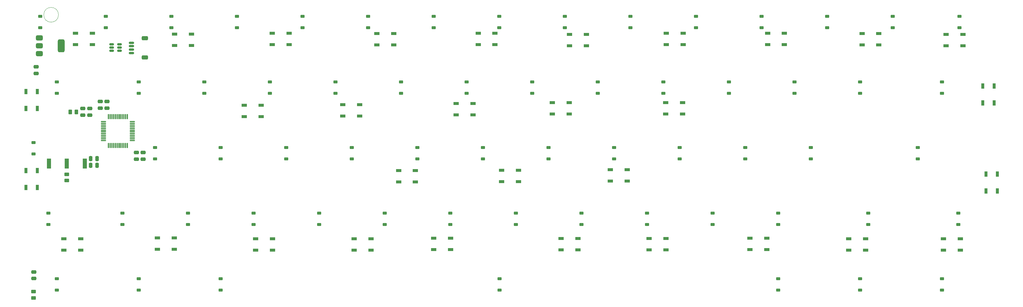
<source format=gbr>
%TF.GenerationSoftware,KiCad,Pcbnew,8.99.0-946-gf00a1ab517*%
%TF.CreationDate,2024-06-06T17:08:16+07:00*%
%TF.ProjectId,Sebas_nuxros,53656261-735f-46e7-9578-726f732e6b69,rev?*%
%TF.SameCoordinates,Original*%
%TF.FileFunction,Paste,Bot*%
%TF.FilePolarity,Positive*%
%FSLAX46Y46*%
G04 Gerber Fmt 4.6, Leading zero omitted, Abs format (unit mm)*
G04 Created by KiCad (PCBNEW 8.99.0-946-gf00a1ab517) date 2024-06-06 17:08:16*
%MOMM*%
%LPD*%
G01*
G04 APERTURE LIST*
G04 Aperture macros list*
%AMRoundRect*
0 Rectangle with rounded corners*
0 $1 Rounding radius*
0 $2 $3 $4 $5 $6 $7 $8 $9 X,Y pos of 4 corners*
0 Add a 4 corners polygon primitive as box body*
4,1,4,$2,$3,$4,$5,$6,$7,$8,$9,$2,$3,0*
0 Add four circle primitives for the rounded corners*
1,1,$1+$1,$2,$3*
1,1,$1+$1,$4,$5*
1,1,$1+$1,$6,$7*
1,1,$1+$1,$8,$9*
0 Add four rect primitives between the rounded corners*
20,1,$1+$1,$2,$3,$4,$5,0*
20,1,$1+$1,$4,$5,$6,$7,0*
20,1,$1+$1,$6,$7,$8,$9,0*
20,1,$1+$1,$8,$9,$2,$3,0*%
G04 Aperture macros list end*
%ADD10C,0.100000*%
%ADD11R,1.500000X0.900000*%
%ADD12RoundRect,0.250000X-0.450000X0.262500X-0.450000X-0.262500X0.450000X-0.262500X0.450000X0.262500X0*%
%ADD13RoundRect,0.225000X0.375000X-0.225000X0.375000X0.225000X-0.375000X0.225000X-0.375000X-0.225000X0*%
%ADD14RoundRect,0.250000X-0.475000X0.250000X-0.475000X-0.250000X0.475000X-0.250000X0.475000X0.250000X0*%
%ADD15R,0.900000X1.500000*%
%ADD16RoundRect,0.150000X0.512500X0.150000X-0.512500X0.150000X-0.512500X-0.150000X0.512500X-0.150000X0*%
%ADD17RoundRect,0.250000X0.475000X-0.250000X0.475000X0.250000X-0.475000X0.250000X-0.475000X-0.250000X0*%
%ADD18RoundRect,0.250000X0.262500X0.450000X-0.262500X0.450000X-0.262500X-0.450000X0.262500X-0.450000X0*%
%ADD19R,1.190000X3.000000*%
%ADD20RoundRect,0.150000X-0.625000X0.150000X-0.625000X-0.150000X0.625000X-0.150000X0.625000X0.150000X0*%
%ADD21RoundRect,0.250000X-0.650000X0.350000X-0.650000X-0.350000X0.650000X-0.350000X0.650000X0.350000X0*%
%ADD22RoundRect,0.250000X-0.250000X-0.475000X0.250000X-0.475000X0.250000X0.475000X-0.250000X0.475000X0*%
%ADD23RoundRect,0.375000X-0.625000X-0.375000X0.625000X-0.375000X0.625000X0.375000X-0.625000X0.375000X0*%
%ADD24RoundRect,0.500000X-0.500000X-1.400000X0.500000X-1.400000X0.500000X1.400000X-0.500000X1.400000X0*%
%ADD25RoundRect,0.075000X0.075000X-0.662500X0.075000X0.662500X-0.075000X0.662500X-0.075000X-0.662500X0*%
%ADD26RoundRect,0.075000X0.662500X-0.075000X0.662500X0.075000X-0.662500X0.075000X-0.662500X-0.075000X0*%
G04 APERTURE END LIST*
D10*
X13752825Y-32870000D02*
G75*
G02*
X9467175Y-32870000I-2142825J0D01*
G01*
X9467175Y-32870000D02*
G75*
G02*
X13752825Y-32870000I2142825J0D01*
G01*
D11*
%TO.C,Drgb15*%
X185300000Y-101110000D03*
X185300000Y-97810000D03*
X190200000Y-97810000D03*
X190200000Y-101110000D03*
%TD*%
D12*
%TO.C,R1*%
X6520000Y-113267500D03*
X6520000Y-115092500D03*
%TD*%
D11*
%TO.C,Drgb12*%
X270850000Y-101190000D03*
X270850000Y-97890000D03*
X275750000Y-97890000D03*
X275750000Y-101190000D03*
%TD*%
D13*
%TO.C,D45*%
X51332500Y-93780000D03*
X51332500Y-90480000D03*
%TD*%
%TO.C,D39*%
X194207500Y-74730000D03*
X194207500Y-71430000D03*
%TD*%
D11*
%TO.C,Drgb19*%
X71020000Y-101240000D03*
X71020000Y-97940000D03*
X75920000Y-97940000D03*
X75920000Y-101240000D03*
%TD*%
D14*
%TO.C,C10*%
X6620000Y-107530000D03*
X6620000Y-109430000D03*
%TD*%
D11*
%TO.C,Drgb5*%
X167100000Y-38580000D03*
X167100000Y-41880000D03*
X162200000Y-41880000D03*
X162200000Y-38580000D03*
%TD*%
D15*
%TO.C,Drgb10*%
X285580000Y-58460000D03*
X282280000Y-58460000D03*
X282280000Y-53560000D03*
X285580000Y-53560000D03*
%TD*%
D16*
%TO.C,U3*%
X31507500Y-41430000D03*
X31507500Y-42380000D03*
X31507500Y-43330000D03*
X29232500Y-43330000D03*
X29232500Y-42380000D03*
X29232500Y-41430000D03*
%TD*%
D11*
%TO.C,Drgb7*%
X224640000Y-38210000D03*
X224640000Y-41510000D03*
X219740000Y-41510000D03*
X219740000Y-38210000D03*
%TD*%
D13*
%TO.C,D4*%
X65620000Y-36630000D03*
X65620000Y-33330000D03*
%TD*%
D12*
%TO.C,R3*%
X16170000Y-79180000D03*
X16170000Y-81005000D03*
%TD*%
D13*
%TO.C,D44*%
X32282500Y-93780000D03*
X32282500Y-90480000D03*
%TD*%
D11*
%TO.C,Drgb2*%
X80750000Y-38210000D03*
X80750000Y-41510000D03*
X75850000Y-41510000D03*
X75850000Y-38210000D03*
%TD*%
D13*
%TO.C,D11*%
X198970000Y-36630000D03*
X198970000Y-33330000D03*
%TD*%
D17*
%TO.C,C5*%
X7270000Y-49880000D03*
X7270000Y-47980000D03*
%TD*%
D13*
%TO.C,D50*%
X146582500Y-93780000D03*
X146582500Y-90480000D03*
%TD*%
%TO.C,D36*%
X137057500Y-74730000D03*
X137057500Y-71430000D03*
%TD*%
D11*
%TO.C,Drgb26*%
X101210000Y-58940000D03*
X101210000Y-62240000D03*
X96310000Y-62240000D03*
X96310000Y-58940000D03*
%TD*%
D18*
%TO.C,R2*%
X18980000Y-61060000D03*
X17155000Y-61060000D03*
%TD*%
D13*
%TO.C,D6*%
X103720000Y-36630000D03*
X103720000Y-33330000D03*
%TD*%
%TO.C,D43*%
X263338100Y-74730000D03*
X263338100Y-71430000D03*
%TD*%
%TO.C,D5*%
X84670000Y-36630000D03*
X84670000Y-33330000D03*
%TD*%
%TO.C,D28*%
X246595000Y-55680000D03*
X246595000Y-52380000D03*
%TD*%
D11*
%TO.C,Drgb8*%
X252070000Y-38320000D03*
X252070000Y-41620000D03*
X247170000Y-41620000D03*
X247170000Y-38320000D03*
%TD*%
D13*
%TO.C,D3*%
X46570000Y-36630000D03*
X46570000Y-33330000D03*
%TD*%
D11*
%TO.C,Drgb20*%
X23590000Y-38240000D03*
X23590000Y-41540000D03*
X18690000Y-41540000D03*
X18690000Y-38240000D03*
%TD*%
D13*
%TO.C,D56*%
X275170000Y-93780000D03*
X275170000Y-90480000D03*
%TD*%
%TO.C,D70*%
X270408000Y-112830000D03*
X270408000Y-109530000D03*
%TD*%
%TO.C,D48*%
X108482500Y-93780000D03*
X108482500Y-90480000D03*
%TD*%
D14*
%TO.C,C1*%
X36410000Y-72880000D03*
X36410000Y-74780000D03*
%TD*%
D13*
%TO.C,D16*%
X13233000Y-55680000D03*
X13233000Y-52380000D03*
%TD*%
%TO.C,D52*%
X184682500Y-93780000D03*
X184682500Y-90480000D03*
%TD*%
%TO.C,D31*%
X41807500Y-74730000D03*
X41807500Y-71430000D03*
%TD*%
%TO.C,D12*%
X218020000Y-36630000D03*
X218020000Y-33330000D03*
%TD*%
%TO.C,D13*%
X237070000Y-36630000D03*
X237070000Y-33330000D03*
%TD*%
%TO.C,D47*%
X89432500Y-93780000D03*
X89432500Y-90480000D03*
%TD*%
D14*
%TO.C,C6*%
X38370000Y-72880000D03*
X38370000Y-74780000D03*
%TD*%
D13*
%TO.C,D1*%
X8470000Y-36630000D03*
X8470000Y-33330000D03*
%TD*%
D11*
%TO.C,Drgb30*%
X178930000Y-77850000D03*
X178930000Y-81150000D03*
X174030000Y-81150000D03*
X174030000Y-77850000D03*
%TD*%
D14*
%TO.C,C9*%
X27870000Y-58050000D03*
X27870000Y-59950000D03*
%TD*%
D11*
%TO.C,Drgb32*%
X112550000Y-81410000D03*
X112550000Y-78110000D03*
X117450000Y-78110000D03*
X117450000Y-81410000D03*
%TD*%
D13*
%TO.C,D59*%
X60858000Y-112830000D03*
X60858000Y-109530000D03*
%TD*%
%TO.C,D26*%
X208495000Y-55680000D03*
X208495000Y-52380000D03*
%TD*%
D11*
%TO.C,Drgb18*%
X99660000Y-101250000D03*
X99660000Y-97950000D03*
X104560000Y-97950000D03*
X104560000Y-101250000D03*
%TD*%
D13*
%TO.C,D57*%
X13233000Y-112830000D03*
X13233000Y-109530000D03*
%TD*%
D11*
%TO.C,Drgb28*%
X162120000Y-58410000D03*
X162120000Y-61710000D03*
X157220000Y-61710000D03*
X157220000Y-58410000D03*
%TD*%
D13*
%TO.C,D54*%
X222782500Y-93780000D03*
X222782500Y-90480000D03*
%TD*%
%TO.C,D68*%
X222783000Y-112830000D03*
X222783000Y-109530000D03*
%TD*%
%TO.C,D25*%
X189445000Y-55680000D03*
X189445000Y-52380000D03*
%TD*%
%TO.C,D18*%
X56095000Y-55680000D03*
X56095000Y-52380000D03*
%TD*%
D15*
%TO.C,Drgb11*%
X286450000Y-84030000D03*
X283150000Y-84030000D03*
X283150000Y-79130000D03*
X286450000Y-79130000D03*
%TD*%
D14*
%TO.C,C3*%
X20820000Y-60080000D03*
X20820000Y-61980000D03*
%TD*%
D13*
%TO.C,D14*%
X256120000Y-36630000D03*
X256120000Y-33330000D03*
%TD*%
%TO.C,D53*%
X203732500Y-93780000D03*
X203732500Y-90480000D03*
%TD*%
%TO.C,D62*%
X141870000Y-112780000D03*
X141870000Y-109480000D03*
%TD*%
D19*
%TO.C,Dled1*%
X10982500Y-76097500D03*
X16172500Y-76097500D03*
%TD*%
D11*
%TO.C,Drgb1*%
X52380000Y-38470000D03*
X52380000Y-41770000D03*
X47480000Y-41770000D03*
X47480000Y-38470000D03*
%TD*%
D13*
%TO.C,D24*%
X170395000Y-55680000D03*
X170395000Y-52380000D03*
%TD*%
D11*
%TO.C,Drgb6*%
X195200000Y-38240000D03*
X195200000Y-41540000D03*
X190300000Y-41540000D03*
X190300000Y-38240000D03*
%TD*%
%TO.C,Drgb9*%
X276530000Y-38530000D03*
X276530000Y-41830000D03*
X271630000Y-41830000D03*
X271630000Y-38530000D03*
%TD*%
D20*
%TO.C,J1*%
X34970000Y-40980000D03*
X34970000Y-41980000D03*
X34970000Y-42980000D03*
X34970000Y-43980000D03*
D21*
X38845000Y-39680000D03*
X38845000Y-45280000D03*
%TD*%
D13*
%TO.C,D27*%
X227545000Y-55680000D03*
X227545000Y-52380000D03*
%TD*%
D11*
%TO.C,Drgb17*%
X122730000Y-101080000D03*
X122730000Y-97780000D03*
X127630000Y-97780000D03*
X127630000Y-101080000D03*
%TD*%
D15*
%TO.C,Drgb24*%
X4290000Y-55190000D03*
X7590000Y-55190000D03*
X7590000Y-60090000D03*
X4290000Y-60090000D03*
%TD*%
D13*
%TO.C,D58*%
X37045000Y-112830000D03*
X37045000Y-109530000D03*
%TD*%
%TO.C,D10*%
X179920000Y-36630000D03*
X179920000Y-33330000D03*
%TD*%
D22*
%TO.C,C7*%
X23070000Y-74650000D03*
X24970000Y-74650000D03*
%TD*%
D13*
%TO.C,D46*%
X70382500Y-93780000D03*
X70382500Y-90480000D03*
%TD*%
D22*
%TO.C,C2*%
X23070000Y-76620000D03*
X24970000Y-76620000D03*
%TD*%
D13*
%TO.C,D21*%
X113245000Y-55680000D03*
X113245000Y-52380000D03*
%TD*%
D11*
%TO.C,Drgb21*%
X42510000Y-100960000D03*
X42510000Y-97660000D03*
X47410000Y-97660000D03*
X47410000Y-100960000D03*
%TD*%
D13*
%TO.C,D7*%
X122770000Y-36630000D03*
X122770000Y-33330000D03*
%TD*%
%TO.C,D8*%
X141820000Y-36630000D03*
X141820000Y-33330000D03*
%TD*%
D23*
%TO.C,U2*%
X8220000Y-44152500D03*
X8220000Y-41852500D03*
D24*
X14520000Y-41852500D03*
D23*
X8220000Y-39552500D03*
%TD*%
D11*
%TO.C,Drgb14*%
X214640000Y-101070000D03*
X214640000Y-97770000D03*
X219540000Y-97770000D03*
X219540000Y-101070000D03*
%TD*%
D25*
%TO.C,Ud1*%
X33770000Y-70792500D03*
X33270000Y-70792500D03*
X32770000Y-70792500D03*
X32270000Y-70792500D03*
X31770000Y-70792500D03*
X31270000Y-70792500D03*
X30770000Y-70792500D03*
X30270000Y-70792500D03*
X29770000Y-70792500D03*
X29270000Y-70792500D03*
X28770000Y-70792500D03*
X28270000Y-70792500D03*
D26*
X26857500Y-69380000D03*
X26857500Y-68880000D03*
X26857500Y-68380000D03*
X26857500Y-67880000D03*
X26857500Y-67380000D03*
X26857500Y-66880000D03*
X26857500Y-66380000D03*
X26857500Y-65880000D03*
X26857500Y-65380000D03*
X26857500Y-64880000D03*
X26857500Y-64380000D03*
X26857500Y-63880000D03*
D25*
X28270000Y-62467500D03*
X28770000Y-62467500D03*
X29270000Y-62467500D03*
X29770000Y-62467500D03*
X30270000Y-62467500D03*
X30770000Y-62467500D03*
X31270000Y-62467500D03*
X31770000Y-62467500D03*
X32270000Y-62467500D03*
X32770000Y-62467500D03*
X33270000Y-62467500D03*
X33770000Y-62467500D03*
D26*
X35182500Y-63880000D03*
X35182500Y-64380000D03*
X35182500Y-64880000D03*
X35182500Y-65380000D03*
X35182500Y-65880000D03*
X35182500Y-66380000D03*
X35182500Y-66880000D03*
X35182500Y-67380000D03*
X35182500Y-67880000D03*
X35182500Y-68380000D03*
X35182500Y-68880000D03*
X35182500Y-69380000D03*
%TD*%
D11*
%TO.C,Drgb29*%
X195010000Y-58370000D03*
X195010000Y-61670000D03*
X190110000Y-61670000D03*
X190110000Y-58370000D03*
%TD*%
D13*
%TO.C,D32*%
X60857500Y-74730000D03*
X60857500Y-71430000D03*
%TD*%
D14*
%TO.C,C8*%
X22800000Y-60080000D03*
X22800000Y-61980000D03*
%TD*%
D13*
%TO.C,D33*%
X79907500Y-74730000D03*
X79907500Y-71430000D03*
%TD*%
%TO.C,D20*%
X94195000Y-55680000D03*
X94195000Y-52380000D03*
%TD*%
D11*
%TO.C,Drgb22*%
X15320000Y-101200000D03*
X15320000Y-97900000D03*
X20220000Y-97900000D03*
X20220000Y-101200000D03*
%TD*%
D19*
%TO.C,Dled2*%
X21365000Y-76110000D03*
X16175000Y-76110000D03*
%TD*%
D11*
%TO.C,Drgb31*%
X142510000Y-81310000D03*
X142510000Y-78010000D03*
X147410000Y-78010000D03*
X147410000Y-81310000D03*
%TD*%
D13*
%TO.C,D55*%
X248976500Y-93780000D03*
X248976500Y-90480000D03*
%TD*%
%TO.C,D30*%
X6540000Y-73290000D03*
X6540000Y-69990000D03*
%TD*%
D11*
%TO.C,Drgb3*%
X111170000Y-38310000D03*
X111170000Y-41610000D03*
X106270000Y-41610000D03*
X106270000Y-38310000D03*
%TD*%
D13*
%TO.C,D37*%
X156107500Y-74730000D03*
X156107500Y-71430000D03*
%TD*%
D11*
%TO.C,Drgb13*%
X243300000Y-101200000D03*
X243300000Y-97900000D03*
X248200000Y-97900000D03*
X248200000Y-101200000D03*
%TD*%
D13*
%TO.C,D2*%
X27520000Y-36630000D03*
X27520000Y-33330000D03*
%TD*%
%TO.C,D35*%
X118007500Y-74730000D03*
X118007500Y-71430000D03*
%TD*%
%TO.C,D17*%
X37045000Y-55680000D03*
X37045000Y-52380000D03*
%TD*%
D15*
%TO.C,Drgb23*%
X4290000Y-78090000D03*
X7590000Y-78090000D03*
X7590000Y-82990000D03*
X4290000Y-82990000D03*
%TD*%
D13*
%TO.C,D49*%
X127532500Y-93780000D03*
X127532500Y-90480000D03*
%TD*%
%TO.C,D9*%
X160870000Y-36630000D03*
X160870000Y-33330000D03*
%TD*%
D11*
%TO.C,Drgb27*%
X134160000Y-58640000D03*
X134160000Y-61940000D03*
X129260000Y-61940000D03*
X129260000Y-58640000D03*
%TD*%
D13*
%TO.C,D34*%
X98957500Y-74730000D03*
X98957500Y-71430000D03*
%TD*%
%TO.C,D42*%
X10851000Y-93780000D03*
X10851000Y-90480000D03*
%TD*%
D11*
%TO.C,Drgb16*%
X159770000Y-101130000D03*
X159770000Y-97830000D03*
X164670000Y-97830000D03*
X164670000Y-101130000D03*
%TD*%
D13*
%TO.C,D40*%
X213257500Y-74730000D03*
X213257500Y-71430000D03*
%TD*%
D14*
%TO.C,C4*%
X25880000Y-58050000D03*
X25880000Y-59950000D03*
%TD*%
D13*
%TO.C,D69*%
X246595000Y-112830000D03*
X246595000Y-109530000D03*
%TD*%
%TO.C,D23*%
X151345000Y-55680000D03*
X151345000Y-52380000D03*
%TD*%
%TO.C,D22*%
X132295000Y-55680000D03*
X132295000Y-52380000D03*
%TD*%
%TO.C,D15*%
X275470000Y-36630000D03*
X275470000Y-33330000D03*
%TD*%
%TO.C,D19*%
X75145000Y-55680000D03*
X75145000Y-52380000D03*
%TD*%
%TO.C,D29*%
X270408000Y-55680000D03*
X270408000Y-52380000D03*
%TD*%
%TO.C,D38*%
X175157500Y-74730000D03*
X175157500Y-71430000D03*
%TD*%
%TO.C,D41*%
X232307500Y-74730000D03*
X232307500Y-71430000D03*
%TD*%
%TO.C,D51*%
X165632500Y-93780000D03*
X165632500Y-90480000D03*
%TD*%
D11*
%TO.C,Drgb4*%
X140560000Y-38250000D03*
X140560000Y-41550000D03*
X135660000Y-41550000D03*
X135660000Y-38250000D03*
%TD*%
%TO.C,Drgb25*%
X72600000Y-59110000D03*
X72600000Y-62410000D03*
X67700000Y-62410000D03*
X67700000Y-59110000D03*
%TD*%
M02*

</source>
